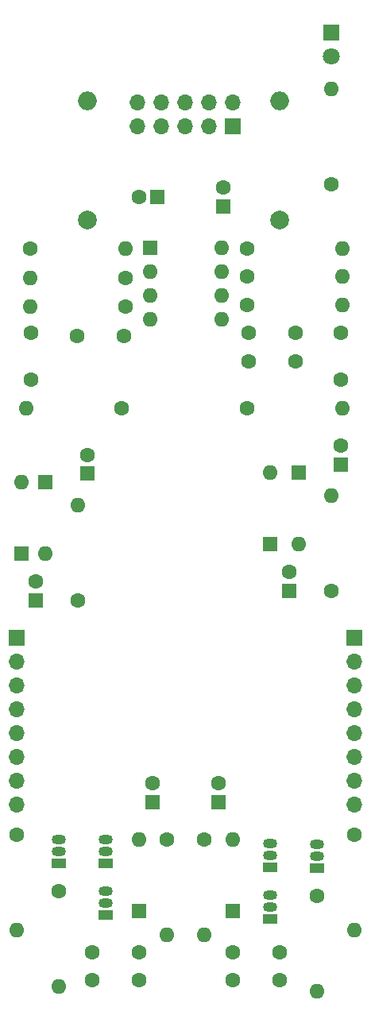
<source format=gbs>
G04 #@! TF.GenerationSoftware,KiCad,Pcbnew,(5.1.9)-1*
G04 #@! TF.CreationDate,2021-10-23T20:05:05+01:00*
G04 #@! TF.ProjectId,Snare+Hihat,536e6172-652b-4486-9968-61742e6b6963,rev?*
G04 #@! TF.SameCoordinates,Original*
G04 #@! TF.FileFunction,Soldermask,Bot*
G04 #@! TF.FilePolarity,Negative*
%FSLAX46Y46*%
G04 Gerber Fmt 4.6, Leading zero omitted, Abs format (unit mm)*
G04 Created by KiCad (PCBNEW (5.1.9)-1) date 2021-10-23 20:05:05*
%MOMM*%
%LPD*%
G01*
G04 APERTURE LIST*
%ADD10O,1.600000X1.600000*%
%ADD11C,1.600000*%
%ADD12R,1.600000X1.600000*%
%ADD13R,1.500000X1.050000*%
%ADD14O,1.500000X1.050000*%
%ADD15O,1.700000X1.700000*%
%ADD16R,1.700000X1.700000*%
%ADD17O,2.000000X2.000000*%
%ADD18C,2.000000*%
%ADD19C,1.800000*%
%ADD20R,1.800000X1.800000*%
G04 APERTURE END LIST*
D10*
X43600000Y-57000000D03*
D11*
X33440000Y-57000000D03*
X53500000Y-114000000D03*
D12*
X53500000Y-116000000D03*
D11*
X46500000Y-114000000D03*
D12*
X46500000Y-116000000D03*
D10*
X53870000Y-56920000D03*
X46250000Y-64540000D03*
X53870000Y-59460000D03*
X46250000Y-62000000D03*
X53870000Y-62000000D03*
X46250000Y-59460000D03*
X53870000Y-64540000D03*
D12*
X46250000Y-56920000D03*
D10*
X66660000Y-74000000D03*
D11*
X56500000Y-74000000D03*
D10*
X66660000Y-57000000D03*
D11*
X56500000Y-57000000D03*
D10*
X66660000Y-60000000D03*
D11*
X56500000Y-60000000D03*
D10*
X66660000Y-63000000D03*
D11*
X56500000Y-63000000D03*
D10*
X32000000Y-129660000D03*
D11*
X32000000Y-119500000D03*
D10*
X48000000Y-130160000D03*
D11*
X48000000Y-120000000D03*
D10*
X36500000Y-135660000D03*
D11*
X36500000Y-125500000D03*
D10*
X38500000Y-84340000D03*
D11*
X38500000Y-94500000D03*
D10*
X33000000Y-74000000D03*
D11*
X43160000Y-74000000D03*
D10*
X33440000Y-60100000D03*
D11*
X43600000Y-60100000D03*
D10*
X33440000Y-63200000D03*
D11*
X43600000Y-63200000D03*
D10*
X65500000Y-40000000D03*
D11*
X65500000Y-50160000D03*
D10*
X68000000Y-129660000D03*
D11*
X68000000Y-119500000D03*
D10*
X52000000Y-130160000D03*
D11*
X52000000Y-120000000D03*
D10*
X64000000Y-136160000D03*
D11*
X64000000Y-126000000D03*
D10*
X65500000Y-83340000D03*
D11*
X65500000Y-93500000D03*
D13*
X41500000Y-128040000D03*
D14*
X41500000Y-125500000D03*
X41500000Y-126770000D03*
D13*
X41500000Y-122540000D03*
D14*
X41500000Y-120000000D03*
X41500000Y-121270000D03*
D13*
X36500000Y-122540000D03*
D14*
X36500000Y-120000000D03*
X36500000Y-121270000D03*
D13*
X59000000Y-128500000D03*
D14*
X59000000Y-125960000D03*
X59000000Y-127230000D03*
D13*
X59000000Y-123000000D03*
D14*
X59000000Y-120460000D03*
X59000000Y-121730000D03*
D13*
X64000000Y-123040000D03*
D14*
X64000000Y-120500000D03*
X64000000Y-121770000D03*
D15*
X32000000Y-116280000D03*
X32000000Y-113740000D03*
X32000000Y-111200000D03*
X32000000Y-108660000D03*
X32000000Y-106120000D03*
X32000000Y-103580000D03*
X32000000Y-101040000D03*
D16*
X32000000Y-98500000D03*
D15*
X68000000Y-116280000D03*
X68000000Y-113740000D03*
X68000000Y-111200000D03*
X68000000Y-108660000D03*
X68000000Y-106120000D03*
X68000000Y-103580000D03*
X68000000Y-101040000D03*
D16*
X68000000Y-98500000D03*
D15*
X44840000Y-41460000D03*
X44840000Y-44000000D03*
X47380000Y-41460000D03*
X47380000Y-44000000D03*
X49920000Y-41460000D03*
X49920000Y-44000000D03*
X52460000Y-41460000D03*
X52460000Y-44000000D03*
X55000000Y-41460000D03*
D16*
X55000000Y-44000000D03*
D17*
X39500000Y-41300000D03*
D18*
X39500000Y-54000000D03*
D17*
X60000000Y-41300000D03*
D18*
X60000000Y-54000000D03*
D10*
X45000000Y-120000000D03*
D12*
X45000000Y-127620000D03*
D10*
X35000000Y-89500000D03*
D12*
X35000000Y-81880000D03*
D10*
X32500000Y-81880000D03*
D12*
X32500000Y-89500000D03*
D19*
X65500000Y-36540000D03*
D20*
X65500000Y-34000000D03*
D10*
X55000000Y-120000000D03*
D12*
X55000000Y-127620000D03*
D10*
X62000000Y-88500000D03*
D12*
X62000000Y-80880000D03*
D10*
X59000000Y-80880000D03*
D12*
X59000000Y-88500000D03*
D11*
X61700000Y-66000000D03*
X56700000Y-66000000D03*
X66500000Y-66000000D03*
X66500000Y-71000000D03*
X61700000Y-69000000D03*
X56700000Y-69000000D03*
X40000000Y-135000000D03*
X45000000Y-135000000D03*
X40000000Y-132000000D03*
X45000000Y-132000000D03*
X39500000Y-79000000D03*
D12*
X39500000Y-81000000D03*
D11*
X34000000Y-92500000D03*
D12*
X34000000Y-94500000D03*
D11*
X33500000Y-71000000D03*
X33500000Y-66000000D03*
X43400000Y-66300000D03*
X38400000Y-66300000D03*
X60000000Y-135000000D03*
X55000000Y-135000000D03*
X60000000Y-132000000D03*
X55000000Y-132000000D03*
X66500000Y-78000000D03*
D12*
X66500000Y-80000000D03*
D11*
X45000000Y-51500000D03*
D12*
X47000000Y-51500000D03*
D11*
X54000000Y-50500000D03*
D12*
X54000000Y-52500000D03*
D11*
X61000000Y-91500000D03*
D12*
X61000000Y-93500000D03*
M02*

</source>
